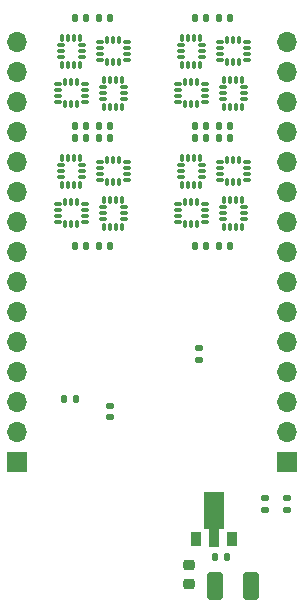
<source format=gbr>
%TF.GenerationSoftware,KiCad,Pcbnew,8.0.3-8.0.3-0~ubuntu22.04.1*%
%TF.CreationDate,2024-07-27T12:22:20+09:00*%
%TF.ProjectId,IMUModule_STM32,494d554d-6f64-4756-9c65-5f53544d3332,rev?*%
%TF.SameCoordinates,Original*%
%TF.FileFunction,Soldermask,Bot*%
%TF.FilePolarity,Negative*%
%FSLAX46Y46*%
G04 Gerber Fmt 4.6, Leading zero omitted, Abs format (unit mm)*
G04 Created by KiCad (PCBNEW 8.0.3-8.0.3-0~ubuntu22.04.1) date 2024-07-27 12:22:20*
%MOMM*%
%LPD*%
G01*
G04 APERTURE LIST*
G04 Aperture macros list*
%AMRoundRect*
0 Rectangle with rounded corners*
0 $1 Rounding radius*
0 $2 $3 $4 $5 $6 $7 $8 $9 X,Y pos of 4 corners*
0 Add a 4 corners polygon primitive as box body*
4,1,4,$2,$3,$4,$5,$6,$7,$8,$9,$2,$3,0*
0 Add four circle primitives for the rounded corners*
1,1,$1+$1,$2,$3*
1,1,$1+$1,$4,$5*
1,1,$1+$1,$6,$7*
1,1,$1+$1,$8,$9*
0 Add four rect primitives between the rounded corners*
20,1,$1+$1,$2,$3,$4,$5,0*
20,1,$1+$1,$4,$5,$6,$7,0*
20,1,$1+$1,$6,$7,$8,$9,0*
20,1,$1+$1,$8,$9,$2,$3,0*%
%AMFreePoly0*
4,1,9,3.862500,-0.866500,0.737500,-0.866500,0.737500,-0.450000,-0.737500,-0.450000,-0.737500,0.450000,0.737500,0.450000,0.737500,0.866500,3.862500,0.866500,3.862500,-0.866500,3.862500,-0.866500,$1*%
G04 Aperture macros list end*
%ADD10RoundRect,0.140000X0.140000X0.170000X-0.140000X0.170000X-0.140000X-0.170000X0.140000X-0.170000X0*%
%ADD11RoundRect,0.087500X0.225000X0.087500X-0.225000X0.087500X-0.225000X-0.087500X0.225000X-0.087500X0*%
%ADD12RoundRect,0.087500X0.087500X0.225000X-0.087500X0.225000X-0.087500X-0.225000X0.087500X-0.225000X0*%
%ADD13RoundRect,0.087500X0.087500X-0.225000X0.087500X0.225000X-0.087500X0.225000X-0.087500X-0.225000X0*%
%ADD14RoundRect,0.087500X0.225000X-0.087500X0.225000X0.087500X-0.225000X0.087500X-0.225000X-0.087500X0*%
%ADD15RoundRect,0.140000X-0.140000X-0.170000X0.140000X-0.170000X0.140000X0.170000X-0.140000X0.170000X0*%
%ADD16RoundRect,0.135000X-0.135000X-0.185000X0.135000X-0.185000X0.135000X0.185000X-0.135000X0.185000X0*%
%ADD17RoundRect,0.087500X-0.225000X-0.087500X0.225000X-0.087500X0.225000X0.087500X-0.225000X0.087500X0*%
%ADD18RoundRect,0.087500X-0.087500X-0.225000X0.087500X-0.225000X0.087500X0.225000X-0.087500X0.225000X0*%
%ADD19RoundRect,0.135000X0.185000X-0.135000X0.185000X0.135000X-0.185000X0.135000X-0.185000X-0.135000X0*%
%ADD20RoundRect,0.087500X-0.087500X0.225000X-0.087500X-0.225000X0.087500X-0.225000X0.087500X0.225000X0*%
%ADD21RoundRect,0.087500X-0.225000X0.087500X-0.225000X-0.087500X0.225000X-0.087500X0.225000X0.087500X0*%
%ADD22R,1.700000X1.700000*%
%ADD23O,1.700000X1.700000*%
%ADD24R,0.900000X1.300000*%
%ADD25FreePoly0,90.000000*%
%ADD26RoundRect,0.140000X-0.170000X0.140000X-0.170000X-0.140000X0.170000X-0.140000X0.170000X0.140000X0*%
%ADD27RoundRect,0.140000X0.170000X-0.140000X0.170000X0.140000X-0.170000X0.140000X-0.170000X-0.140000X0*%
%ADD28RoundRect,0.135000X-0.185000X0.135000X-0.185000X-0.135000X0.185000X-0.135000X0.185000X0.135000X0*%
%ADD29RoundRect,0.225000X-0.250000X0.225000X-0.250000X-0.225000X0.250000X-0.225000X0.250000X0.225000X0*%
%ADD30RoundRect,0.250000X-0.412500X-0.925000X0.412500X-0.925000X0.412500X0.925000X-0.412500X0.925000X0*%
G04 APERTURE END LIST*
D10*
%TO.C,C36*%
X19276000Y-10922000D03*
X18316000Y-10922000D03*
%TD*%
D11*
%TO.C,U21*%
X20720500Y-13982000D03*
X20720500Y-14482000D03*
X20720500Y-14982000D03*
X20720500Y-15482000D03*
D12*
X20058000Y-15644500D03*
X19558000Y-15644500D03*
X19058000Y-15644500D03*
D11*
X18395500Y-15482000D03*
X18395500Y-14982000D03*
X18395500Y-14482000D03*
X18395500Y-13982000D03*
D12*
X19058000Y-13819500D03*
X19558000Y-13819500D03*
X20058000Y-13819500D03*
%TD*%
D10*
%TO.C,C44*%
X9116000Y-1778000D03*
X8156000Y-1778000D03*
%TD*%
D11*
%TO.C,U25*%
X10560500Y-13982000D03*
X10560500Y-14482000D03*
X10560500Y-14982000D03*
X10560500Y-15482000D03*
D12*
X9898000Y-15644500D03*
X9398000Y-15644500D03*
X8898000Y-15644500D03*
D11*
X8235500Y-15482000D03*
X8235500Y-14982000D03*
X8235500Y-14482000D03*
X8235500Y-13982000D03*
D12*
X8898000Y-13819500D03*
X9398000Y-13819500D03*
X9898000Y-13819500D03*
%TD*%
D10*
%TO.C,C35*%
X19276000Y-1778000D03*
X18316000Y-1778000D03*
%TD*%
D13*
%TO.C,U28*%
X10148000Y-19450500D03*
X9648000Y-19450500D03*
X9148000Y-19450500D03*
X8648000Y-19450500D03*
D14*
X8485500Y-18788000D03*
X8485500Y-18288000D03*
X8485500Y-17788000D03*
D13*
X8648000Y-17125500D03*
X9148000Y-17125500D03*
X9648000Y-17125500D03*
X10148000Y-17125500D03*
D14*
X10310500Y-17788000D03*
X10310500Y-18288000D03*
X10310500Y-18788000D03*
%TD*%
D10*
%TO.C,C43*%
X9116000Y-10922000D03*
X8156000Y-10922000D03*
%TD*%
D15*
%TO.C,C47*%
X6124000Y-21082000D03*
X7084000Y-21082000D03*
%TD*%
D11*
%TO.C,U29*%
X10560500Y-3822000D03*
X10560500Y-4322000D03*
X10560500Y-4822000D03*
X10560500Y-5322000D03*
D12*
X9898000Y-5484500D03*
X9398000Y-5484500D03*
X8898000Y-5484500D03*
D11*
X8235500Y-5322000D03*
X8235500Y-4822000D03*
X8235500Y-4322000D03*
X8235500Y-3822000D03*
D12*
X8898000Y-3659500D03*
X9398000Y-3659500D03*
X9898000Y-3659500D03*
%TD*%
D16*
%TO.C,R1*%
X5230400Y-33985200D03*
X6250400Y-33985200D03*
%TD*%
D15*
%TO.C,C39*%
X16284000Y-21082000D03*
X17244000Y-21082000D03*
%TD*%
D17*
%TO.C,U19*%
X14839500Y-8878000D03*
X14839500Y-8378000D03*
X14839500Y-7878000D03*
X14839500Y-7378000D03*
D18*
X15502000Y-7215500D03*
X16002000Y-7215500D03*
X16502000Y-7215500D03*
D17*
X17164500Y-7378000D03*
X17164500Y-7878000D03*
X17164500Y-8378000D03*
X17164500Y-8878000D03*
D18*
X16502000Y-9040500D03*
X16002000Y-9040500D03*
X15502000Y-9040500D03*
%TD*%
D10*
%TO.C,C37*%
X19276000Y-21082000D03*
X18316000Y-21082000D03*
%TD*%
D19*
%TO.C,R10*%
X22225000Y-43436000D03*
X22225000Y-42416000D03*
%TD*%
D20*
%TO.C,U30*%
X5092000Y-3409500D03*
X5592000Y-3409500D03*
X6092000Y-3409500D03*
X6592000Y-3409500D03*
D21*
X6754500Y-4072000D03*
X6754500Y-4572000D03*
X6754500Y-5072000D03*
D20*
X6592000Y-5734500D03*
X6092000Y-5734500D03*
X5592000Y-5734500D03*
X5092000Y-5734500D03*
D21*
X4929500Y-5072000D03*
X4929500Y-4572000D03*
X4929500Y-4072000D03*
%TD*%
D10*
%TO.C,C46*%
X9116000Y-11938000D03*
X8156000Y-11938000D03*
%TD*%
D22*
%TO.C,J3*%
X1270000Y-39370000D03*
D23*
X1270000Y-36830000D03*
X1270000Y-34290000D03*
X1270000Y-31750000D03*
X1270000Y-29210000D03*
X1270000Y-26670000D03*
X1270000Y-24130000D03*
X1270000Y-21590000D03*
X1270000Y-19050000D03*
X1270000Y-16510000D03*
X1270000Y-13970000D03*
X1270000Y-11430000D03*
X1270000Y-8890000D03*
X1270000Y-6350000D03*
X1270000Y-3810000D03*
%TD*%
D20*
%TO.C,U22*%
X15252000Y-13569500D03*
X15752000Y-13569500D03*
X16252000Y-13569500D03*
X16752000Y-13569500D03*
D21*
X16914500Y-14232000D03*
X16914500Y-14732000D03*
X16914500Y-15232000D03*
D20*
X16752000Y-15894500D03*
X16252000Y-15894500D03*
X15752000Y-15894500D03*
X15252000Y-15894500D03*
D21*
X15089500Y-15232000D03*
X15089500Y-14732000D03*
X15089500Y-14232000D03*
%TD*%
D17*
%TO.C,U27*%
X4679500Y-19038000D03*
X4679500Y-18538000D03*
X4679500Y-18038000D03*
X4679500Y-17538000D03*
D18*
X5342000Y-17375500D03*
X5842000Y-17375500D03*
X6342000Y-17375500D03*
D17*
X7004500Y-17538000D03*
X7004500Y-18038000D03*
X7004500Y-18538000D03*
X7004500Y-19038000D03*
D18*
X6342000Y-19200500D03*
X5842000Y-19200500D03*
X5342000Y-19200500D03*
%TD*%
D24*
%TO.C,U34*%
X19432400Y-45846000D03*
D25*
X17932400Y-45758500D03*
D24*
X16432400Y-45846000D03*
%TD*%
D15*
%TO.C,C40*%
X16284000Y-11938000D03*
X17244000Y-11938000D03*
%TD*%
D17*
%TO.C,U31*%
X4679500Y-8878000D03*
X4679500Y-8378000D03*
X4679500Y-7878000D03*
X4679500Y-7378000D03*
D18*
X5342000Y-7215500D03*
X5842000Y-7215500D03*
X6342000Y-7215500D03*
D17*
X7004500Y-7378000D03*
X7004500Y-7878000D03*
X7004500Y-8378000D03*
X7004500Y-8878000D03*
D18*
X6342000Y-9040500D03*
X5842000Y-9040500D03*
X5342000Y-9040500D03*
%TD*%
D13*
%TO.C,U24*%
X20308000Y-19450500D03*
X19808000Y-19450500D03*
X19308000Y-19450500D03*
X18808000Y-19450500D03*
D14*
X18645500Y-18788000D03*
X18645500Y-18288000D03*
X18645500Y-17788000D03*
D13*
X18808000Y-17125500D03*
X19308000Y-17125500D03*
X19808000Y-17125500D03*
X20308000Y-17125500D03*
D14*
X20470500Y-17788000D03*
X20470500Y-18288000D03*
X20470500Y-18788000D03*
%TD*%
D26*
%TO.C,C7*%
X9144000Y-34572000D03*
X9144000Y-35532000D03*
%TD*%
D15*
%TO.C,C41*%
X6124000Y-1778000D03*
X7084000Y-1778000D03*
%TD*%
D10*
%TO.C,C45*%
X9144000Y-21082000D03*
X8184000Y-21082000D03*
%TD*%
D27*
%TO.C,C8*%
X16662400Y-30678000D03*
X16662400Y-29718000D03*
%TD*%
D15*
%TO.C,C34*%
X16284000Y-10922000D03*
X17244000Y-10922000D03*
%TD*%
%TO.C,C33*%
X16284000Y-1778000D03*
X17244000Y-1778000D03*
%TD*%
%TO.C,C17*%
X18039200Y-47396400D03*
X18999200Y-47396400D03*
%TD*%
D10*
%TO.C,C38*%
X19276000Y-11938000D03*
X18316000Y-11938000D03*
%TD*%
D11*
%TO.C,U17*%
X20720500Y-3822000D03*
X20720500Y-4322000D03*
X20720500Y-4822000D03*
X20720500Y-5322000D03*
D12*
X20058000Y-5484500D03*
X19558000Y-5484500D03*
X19058000Y-5484500D03*
D11*
X18395500Y-5322000D03*
X18395500Y-4822000D03*
X18395500Y-4322000D03*
X18395500Y-3822000D03*
D12*
X19058000Y-3659500D03*
X19558000Y-3659500D03*
X20058000Y-3659500D03*
%TD*%
D22*
%TO.C,J4*%
X24130000Y-39370000D03*
D23*
X24130000Y-36830000D03*
X24130000Y-34290000D03*
X24130000Y-31750000D03*
X24130000Y-29210000D03*
X24130000Y-26670000D03*
X24130000Y-24130000D03*
X24130000Y-21590000D03*
X24130000Y-19050000D03*
X24130000Y-16510000D03*
X24130000Y-13970000D03*
X24130000Y-11430000D03*
X24130000Y-8890000D03*
X24130000Y-6350000D03*
X24130000Y-3810000D03*
%TD*%
D20*
%TO.C,U26*%
X5092000Y-13569500D03*
X5592000Y-13569500D03*
X6092000Y-13569500D03*
X6592000Y-13569500D03*
D21*
X6754500Y-14232000D03*
X6754500Y-14732000D03*
X6754500Y-15232000D03*
D20*
X6592000Y-15894500D03*
X6092000Y-15894500D03*
X5592000Y-15894500D03*
X5092000Y-15894500D03*
D21*
X4929500Y-15232000D03*
X4929500Y-14732000D03*
X4929500Y-14232000D03*
%TD*%
D15*
%TO.C,C42*%
X6124000Y-10922000D03*
X7084000Y-10922000D03*
%TD*%
D28*
%TO.C,R9*%
X24130000Y-42416000D03*
X24130000Y-43436000D03*
%TD*%
D13*
%TO.C,U20*%
X20308000Y-9290500D03*
X19808000Y-9290500D03*
X19308000Y-9290500D03*
X18808000Y-9290500D03*
D14*
X18645500Y-8628000D03*
X18645500Y-8128000D03*
X18645500Y-7628000D03*
D13*
X18808000Y-6965500D03*
X19308000Y-6965500D03*
X19808000Y-6965500D03*
X20308000Y-6965500D03*
D14*
X20470500Y-7628000D03*
X20470500Y-8128000D03*
X20470500Y-8628000D03*
%TD*%
D15*
%TO.C,C48*%
X6124000Y-11938000D03*
X7084000Y-11938000D03*
%TD*%
D17*
%TO.C,U23*%
X14839500Y-19027000D03*
X14839500Y-18527000D03*
X14839500Y-18027000D03*
X14839500Y-17527000D03*
D18*
X15502000Y-17364500D03*
X16002000Y-17364500D03*
X16502000Y-17364500D03*
D17*
X17164500Y-17527000D03*
X17164500Y-18027000D03*
X17164500Y-18527000D03*
X17164500Y-19027000D03*
D18*
X16502000Y-19189500D03*
X16002000Y-19189500D03*
X15502000Y-19189500D03*
%TD*%
D29*
%TO.C,C16*%
X15798800Y-48094600D03*
X15798800Y-49644600D03*
%TD*%
D13*
%TO.C,U32*%
X10148000Y-9290500D03*
X9648000Y-9290500D03*
X9148000Y-9290500D03*
X8648000Y-9290500D03*
D14*
X8485500Y-8628000D03*
X8485500Y-8128000D03*
X8485500Y-7628000D03*
D13*
X8648000Y-6965500D03*
X9148000Y-6965500D03*
X9648000Y-6965500D03*
X10148000Y-6965500D03*
D14*
X10310500Y-7628000D03*
X10310500Y-8128000D03*
X10310500Y-8628000D03*
%TD*%
D30*
%TO.C,C32*%
X17969700Y-49885600D03*
X21044700Y-49885600D03*
%TD*%
D20*
%TO.C,U18*%
X15252000Y-3409500D03*
X15752000Y-3409500D03*
X16252000Y-3409500D03*
X16752000Y-3409500D03*
D21*
X16914500Y-4072000D03*
X16914500Y-4572000D03*
X16914500Y-5072000D03*
D20*
X16752000Y-5734500D03*
X16252000Y-5734500D03*
X15752000Y-5734500D03*
X15252000Y-5734500D03*
D21*
X15089500Y-5072000D03*
X15089500Y-4572000D03*
X15089500Y-4072000D03*
%TD*%
M02*

</source>
